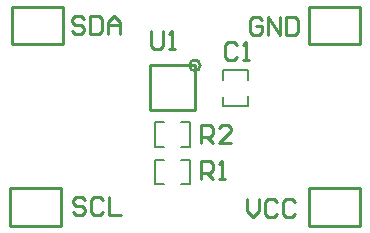
<source format=gto>
G04 Layer_Color=65535*
%FSLAX25Y25*%
%MOIN*%
G70*
G01*
G75*
%ADD15C,0.01000*%
%ADD16C,0.00600*%
D15*
X79803Y-29500D02*
G03*
X79803Y-29500I-1803J0D01*
G01*
X116000Y-10000D02*
X133000D01*
Y-22500D02*
Y-10000D01*
X116000Y-22500D02*
X133000D01*
X116000D02*
Y-10000D01*
X17000D02*
X34000D01*
Y-22500D02*
Y-10000D01*
X17000Y-22500D02*
X34000D01*
X17000D02*
Y-10000D01*
X16500Y-70500D02*
X33500D01*
Y-83000D02*
Y-70500D01*
X16500Y-83000D02*
X33500D01*
X16500D02*
Y-70500D01*
X116000D02*
X133000D01*
Y-83000D02*
Y-70500D01*
X116000Y-83000D02*
X133000D01*
X116000D02*
Y-70500D01*
X63000Y-44500D02*
X78000D01*
Y-29500D01*
X63000D02*
X78000D01*
X63000Y-44500D02*
Y-29500D01*
X80000Y-67500D02*
Y-61502D01*
X82999D01*
X83999Y-62502D01*
Y-64501D01*
X82999Y-65501D01*
X80000D01*
X81999D02*
X83999Y-67500D01*
X85998D02*
X87997D01*
X86998D01*
Y-61502D01*
X85998Y-62502D01*
X80110Y-55500D02*
Y-49502D01*
X83109D01*
X84109Y-50502D01*
Y-52501D01*
X83109Y-53501D01*
X80110D01*
X82110D02*
X84109Y-55500D01*
X90107D02*
X86108D01*
X90107Y-51501D01*
Y-50502D01*
X89107Y-49502D01*
X87108D01*
X86108Y-50502D01*
X100499Y-14502D02*
X99499Y-13502D01*
X97500D01*
X96500Y-14502D01*
Y-18500D01*
X97500Y-19500D01*
X99499D01*
X100499Y-18500D01*
Y-16501D01*
X98499D01*
X102498Y-19500D02*
Y-13502D01*
X106497Y-19500D01*
Y-13502D01*
X108496D02*
Y-19500D01*
X111495D01*
X112495Y-18500D01*
Y-14502D01*
X111495Y-13502D01*
X108496D01*
X40999Y-14002D02*
X39999Y-13002D01*
X38000D01*
X37000Y-14002D01*
Y-15001D01*
X38000Y-16001D01*
X39999D01*
X40999Y-17001D01*
Y-18000D01*
X39999Y-19000D01*
X38000D01*
X37000Y-18000D01*
X42998Y-13002D02*
Y-19000D01*
X45997D01*
X46997Y-18000D01*
Y-14002D01*
X45997Y-13002D01*
X42998D01*
X48996Y-19000D02*
Y-15001D01*
X50995Y-13002D01*
X52995Y-15001D01*
Y-19000D01*
Y-16001D01*
X48996D01*
X41499Y-74502D02*
X40499Y-73502D01*
X38500D01*
X37500Y-74502D01*
Y-75501D01*
X38500Y-76501D01*
X40499D01*
X41499Y-77501D01*
Y-78500D01*
X40499Y-79500D01*
X38500D01*
X37500Y-78500D01*
X47497Y-74502D02*
X46497Y-73502D01*
X44498D01*
X43498Y-74502D01*
Y-78500D01*
X44498Y-79500D01*
X46497D01*
X47497Y-78500D01*
X49496Y-73502D02*
Y-79500D01*
X53495D01*
X95500Y-74002D02*
Y-78001D01*
X97499Y-80000D01*
X99499Y-78001D01*
Y-74002D01*
X105497Y-75002D02*
X104497Y-74002D01*
X102498D01*
X101498Y-75002D01*
Y-79000D01*
X102498Y-80000D01*
X104497D01*
X105497Y-79000D01*
X111495Y-75002D02*
X110495Y-74002D01*
X108496D01*
X107496Y-75002D01*
Y-79000D01*
X108496Y-80000D01*
X110495D01*
X111495Y-79000D01*
X63550Y-18152D02*
Y-23150D01*
X64550Y-24150D01*
X66549D01*
X67549Y-23150D01*
Y-18152D01*
X69548Y-24150D02*
X71547D01*
X70548D01*
Y-18152D01*
X69548Y-19152D01*
X92099Y-22757D02*
X91099Y-21757D01*
X89100D01*
X88100Y-22757D01*
Y-26755D01*
X89100Y-27755D01*
X91099D01*
X92099Y-26755D01*
X94098Y-27755D02*
X96097D01*
X95098D01*
Y-21757D01*
X94098Y-22757D01*
D16*
X76461Y-69134D02*
Y-60866D01*
X64650Y-69134D02*
Y-60866D01*
X73311D02*
X76461D01*
X73508Y-69134D02*
X76461D01*
X64650D02*
X67799D01*
X64650Y-60866D02*
X67799D01*
X76461Y-56634D02*
Y-48366D01*
X64650Y-56634D02*
Y-48366D01*
X73311D02*
X76461D01*
X73508Y-56634D02*
X76461D01*
X64650D02*
X67799D01*
X64650Y-48366D02*
X67799D01*
X95634Y-34244D02*
Y-31095D01*
X87366Y-34244D02*
Y-31095D01*
Y-42906D02*
Y-39953D01*
X95634Y-42906D02*
Y-39756D01*
X87366Y-31095D02*
X95634D01*
X87366Y-42906D02*
X95634D01*
M02*

</source>
